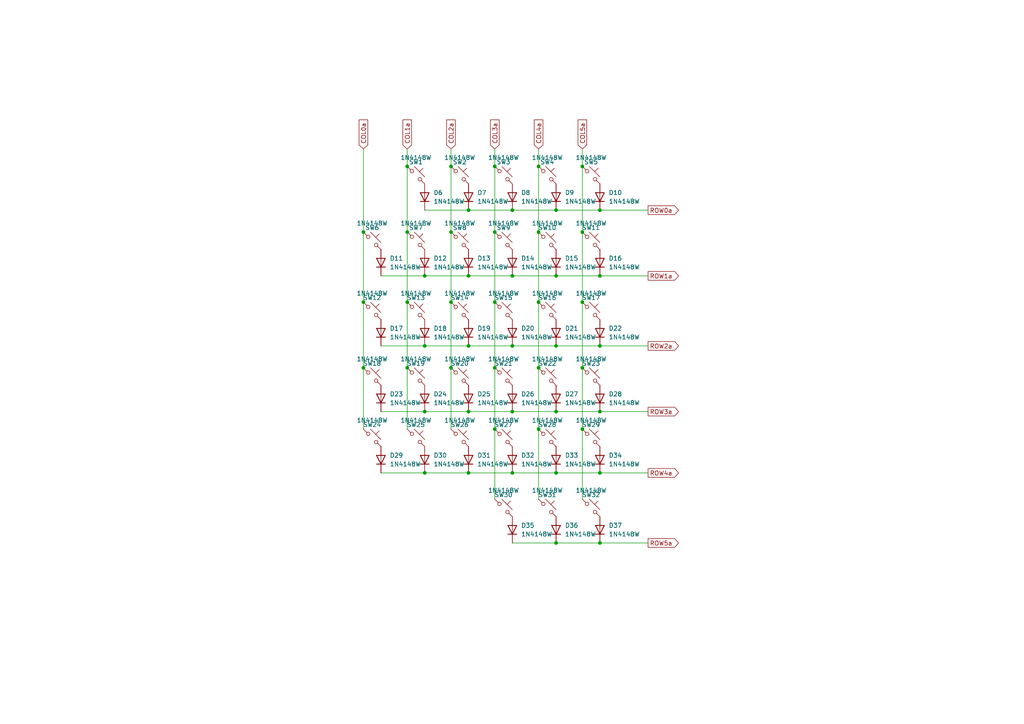
<source format=kicad_sch>
(kicad_sch (version 20250114) (generator "eeschema") (generator_version "9.0")
  (paper "A4")
  (title_block (title "Matrix for Master Side"))
  (lib_symbols
    (symbol "Device:D" (pin_numbers (hide yes)) (pin_names (offset 1.016) (hide yes))
      (property "Reference" "D" (at 0 2.54 0))
      (property "Value" "D" (at 0 -2.54 0))
      (symbol "D_0_1"
        (polyline (pts (xy -1.27 1.27) (xy -1.27 -1.27)) (stroke (width 0.254)))
        (polyline (pts (xy 1.27 1.27) (xy 1.27 -1.27) (xy -1.27 0) (xy 1.27 1.27)) (stroke (width 0.254)))
        (polyline (pts (xy 1.27 0) (xy -1.27 0)))
      )
      (symbol "D_1_1"
        (pin passive line (at -3.81 0 0) (length 2.54) (name "K") (number "1"))
        (pin passive line (at 3.81 0 180) (length 2.54) (name "A") (number "2"))
      )
    )
    (symbol "Switch:SW_Push_45deg" (pin_numbers (hide yes)) (pin_names (offset 1.016) (hide yes))
      (property "Reference" "SW" (at 3.048 1.016 0))
      (property "Value" "SW_Push_45deg" (at 0 -3.81 0))
      (symbol "SW_Push_45deg_0_1"
        (polyline (pts (xy -2.54 2.54) (xy -1.524 1.524) (xy -1.524 1.524)))
        (circle (center -1.1684 1.1684) (radius 0.508))
        (polyline (pts (xy -0.508 2.54) (xy 2.54 -0.508)))
        (polyline (pts (xy 1.016 1.016) (xy 2.032 2.032)))
        (circle (center 1.143 -1.1938) (radius 0.508))
        (polyline (pts (xy 1.524 -1.524) (xy 2.54 -2.54) (xy 2.54 -2.54) (xy 2.54 -2.54)))
        (pin passive line (at -2.54 2.54 0) (length 0) (name "1") (number "1"))
        (pin passive line (at 2.54 -2.54 180) (length 0) (name "2") (number "2"))
      )
    )
  )
  (junction (at 161.29 119.38))
  (junction (at 135.89 60.96))
  (junction (at 173.99 60.96))
  (junction (at 168.91 124.46))
  (junction (at 123.19 80.01))
  (junction (at 105.41 87.63))
  (junction (at 135.89 80.01))
  (junction (at 135.89 137.16))
  (junction (at 161.29 80.01))
  (junction (at 168.91 106.68))
  (junction (at 148.59 119.38))
  (junction (at 118.11 67.31))
  (junction (at 135.89 100.33))
  (junction (at 148.59 80.01))
  (junction (at 161.29 100.33))
  (junction (at 143.51 67.31))
  (junction (at 156.21 67.31))
  (junction (at 123.19 100.33))
  (junction (at 130.81 87.63))
  (junction (at 156.21 87.63))
  (junction (at 173.99 157.48))
  (junction (at 156.21 48.26))
  (junction (at 168.91 48.26))
  (junction (at 173.99 80.01))
  (junction (at 105.41 106.68))
  (junction (at 156.21 106.68))
  (junction (at 130.81 48.26))
  (junction (at 173.99 137.16))
  (junction (at 118.11 106.68))
  (junction (at 143.51 106.68))
  (junction (at 143.51 48.26))
  (junction (at 123.19 137.16))
  (junction (at 161.29 157.48))
  (junction (at 168.91 87.63))
  (junction (at 173.99 100.33))
  (junction (at 143.51 124.46))
  (junction (at 156.21 124.46))
  (junction (at 105.41 67.31))
  (junction (at 148.59 137.16))
  (junction (at 173.99 119.38))
  (junction (at 161.29 60.96))
  (junction (at 168.91 67.31))
  (junction (at 161.29 137.16))
  (junction (at 135.89 119.38))
  (junction (at 123.19 119.38))
  (junction (at 118.11 48.26))
  (junction (at 143.51 87.63))
  (junction (at 118.11 87.63))
  (junction (at 148.59 100.33))
  (junction (at 130.81 106.68))
  (junction (at 148.59 60.96))
  (junction (at 130.81 67.31))
  (wire (pts (xy 135.89 137.16) (xy 148.59 137.16)))
  (wire (pts (xy 130.81 106.68) (xy 130.81 124.46)))
  (wire (pts (xy 173.99 119.38) (xy 187.96 119.38)))
  (wire (pts (xy 118.11 87.63) (xy 118.11 106.68)))
  (wire (pts (xy 123.19 137.16) (xy 135.89 137.16)))
  (wire (pts (xy 148.59 157.48) (xy 161.29 157.48)))
  (wire (pts (xy 168.91 106.68) (xy 168.91 124.46)))
  (wire (pts (xy 161.29 60.96) (xy 173.99 60.96)))
  (wire (pts (xy 143.51 124.46) (xy 143.51 144.78)))
  (wire (pts (xy 148.59 119.38) (xy 161.29 119.38)))
  (wire (pts (xy 123.19 60.96) (xy 135.89 60.96)))
  (wire (pts (xy 156.21 124.46) (xy 156.21 144.78)))
  (wire (pts (xy 161.29 119.38) (xy 173.99 119.38)))
  (wire (pts (xy 105.41 67.31) (xy 105.41 87.63)))
  (wire (pts (xy 143.51 43.18) (xy 143.51 48.26)))
  (wire (pts (xy 143.51 87.63) (xy 143.51 106.68)))
  (wire (pts (xy 118.11 43.18) (xy 118.11 48.26)))
  (wire (pts (xy 123.19 80.01) (xy 135.89 80.01)))
  (wire (pts (xy 130.81 67.31) (xy 130.81 87.63)))
  (wire (pts (xy 135.89 100.33) (xy 148.59 100.33)))
  (wire (pts (xy 173.99 100.33) (xy 187.96 100.33)))
  (wire (pts (xy 173.99 137.16) (xy 187.96 137.16)))
  (wire (pts (xy 168.91 124.46) (xy 168.91 144.78)))
  (wire (pts (xy 156.21 43.18) (xy 156.21 48.26)))
  (wire (pts (xy 148.59 80.01) (xy 161.29 80.01)))
  (wire (pts (xy 105.41 87.63) (xy 105.41 106.68)))
  (wire (pts (xy 156.21 67.31) (xy 156.21 87.63)))
  (wire (pts (xy 168.91 67.31) (xy 168.91 87.63)))
  (wire (pts (xy 118.11 67.31) (xy 118.11 87.63)))
  (wire (pts (xy 110.49 119.38) (xy 123.19 119.38)))
  (wire (pts (xy 118.11 106.68) (xy 118.11 124.46)))
  (wire (pts (xy 130.81 48.26) (xy 130.81 67.31)))
  (wire (pts (xy 118.11 48.26) (xy 118.11 67.31)))
  (wire (pts (xy 161.29 80.01) (xy 173.99 80.01)))
  (wire (pts (xy 168.91 48.26) (xy 168.91 67.31)))
  (wire (pts (xy 130.81 43.18) (xy 130.81 48.26)))
  (wire (pts (xy 135.89 80.01) (xy 148.59 80.01)))
  (wire (pts (xy 143.51 106.68) (xy 143.51 124.46)))
  (wire (pts (xy 148.59 137.16) (xy 161.29 137.16)))
  (wire (pts (xy 110.49 100.33) (xy 123.19 100.33)))
  (wire (pts (xy 143.51 48.26) (xy 143.51 67.31)))
  (wire (pts (xy 130.81 87.63) (xy 130.81 106.68)))
  (wire (pts (xy 123.19 100.33) (xy 135.89 100.33)))
  (wire (pts (xy 110.49 80.01) (xy 123.19 80.01)))
  (wire (pts (xy 173.99 60.96) (xy 187.96 60.96)))
  (wire (pts (xy 161.29 137.16) (xy 173.99 137.16)))
  (wire (pts (xy 135.89 60.96) (xy 148.59 60.96)))
  (wire (pts (xy 173.99 157.48) (xy 187.96 157.48)))
  (wire (pts (xy 105.41 43.18) (xy 105.41 67.31)))
  (wire (pts (xy 110.49 137.16) (xy 123.19 137.16)))
  (wire (pts (xy 161.29 100.33) (xy 173.99 100.33)))
  (wire (pts (xy 156.21 48.26) (xy 156.21 67.31)))
  (wire (pts (xy 123.19 119.38) (xy 135.89 119.38)))
  (wire (pts (xy 168.91 87.63) (xy 168.91 106.68)))
  (wire (pts (xy 135.89 119.38) (xy 148.59 119.38)))
  (wire (pts (xy 148.59 60.96) (xy 161.29 60.96)))
  (wire (pts (xy 168.91 43.18) (xy 168.91 48.26)))
  (wire (pts (xy 148.59 100.33) (xy 161.29 100.33)))
  (wire (pts (xy 143.51 67.31) (xy 143.51 87.63)))
  (wire (pts (xy 156.21 87.63) (xy 156.21 106.68)))
  (wire (pts (xy 161.29 157.48) (xy 173.99 157.48)))
  (wire (pts (xy 173.99 80.01) (xy 187.96 80.01)))
  (wire (pts (xy 156.21 106.68) (xy 156.21 124.46)))
  (wire (pts (xy 105.41 106.68) (xy 105.41 124.46)))
  (global_label "ROW3a" (shape output) (at 187.96 119.38 0) (property "Intersheetrefs" "${INTERSHEET_REFS}" (effects (hide yes))))
  (global_label "COL3a" (shape input) (at 143.51 43.18 90) (property "Intersheetrefs" "${INTERSHEET_REFS}" (effects (hide yes))))
  (global_label "COL4a" (shape input) (at 156.21 43.18 90) (property "Intersheetrefs" "${INTERSHEET_REFS}" (effects (hide yes))))
  (global_label "ROW5a" (shape output) (at 187.96 157.48 0) (property "Intersheetrefs" "${INTERSHEET_REFS}" (effects (hide yes))))
  (global_label "ROW2a" (shape output) (at 187.96 100.33 0) (property "Intersheetrefs" "${INTERSHEET_REFS}" (effects (hide yes))))
  (global_label "COL2a" (shape input) (at 130.81 43.18 90) (property "Intersheetrefs" "${INTERSHEET_REFS}" (effects (hide yes))))
  (global_label "COL0a" (shape input) (at 105.41 43.18 90) (property "Intersheetrefs" "${INTERSHEET_REFS}" (effects (hide yes))))
  (global_label "COL5a" (shape input) (at 168.91 43.18 90) (property "Intersheetrefs" "${INTERSHEET_REFS}" (effects (hide yes))))
  (global_label "COL1a" (shape input) (at 118.11 43.18 90) (property "Intersheetrefs" "${INTERSHEET_REFS}" (effects (hide yes))))
  (global_label "ROW4a" (shape output) (at 187.96 137.16 0) (property "Intersheetrefs" "${INTERSHEET_REFS}" (effects (hide yes))))
  (global_label "ROW1a" (shape output) (at 187.96 80.01 0) (property "Intersheetrefs" "${INTERSHEET_REFS}" (effects (hide yes))))
  (global_label "ROW0a" (shape output) (at 187.96 60.96 0) (property "Intersheetrefs" "${INTERSHEET_REFS}" (effects (hide yes))))
  (symbol (lib_id "Device:D") (at 148.59 57.15 90) (unit 1)
    (property "Reference" "D8" (at 151.13 55.88 90) (effects (justify right)))
    (property "Value" "1N4148W" (at 151.13 58.42 90) (effects (justify right)))
    (property "Footprint" "Diode_SMD:D_SOD-123" (effects (hide yes)))
    (property "Sim.Device" "D" (effects (hide yes)))
    (property "Sim.Pins" "1=K 2=A" (effects (hide yes)))
    (property "LCSC" "C917030" (effects (hide yes)))
    (property "LCSC Part" "C917030" (effects (hide yes)))
  )
  (symbol (lib_id "Device:D") (at 161.29 153.67 90) (unit 1)
    (property "Reference" "D36" (at 163.83 152.4 90) (effects (justify right)))
    (property "Value" "1N4148W" (at 163.83 154.94 90) (effects (justify right)))
    (property "Footprint" "Diode_SMD:D_SOD-123" (effects (hide yes)))
    (property "Sim.Device" "D" (effects (hide yes)))
    (property "Sim.Pins" "1=K 2=A" (effects (hide yes)))
    (property "LCSC" "C917030" (effects (hide yes)))
    (property "LCSC Part" "C917030" (effects (hide yes)))
  )
  (symbol (lib_id "Switch:SW_Push_45deg") (at 158.75 127 0) (unit 1)
    (property "Reference" "SW28" (at 158.75 123.19 0))
    (property "Value" "1N4148W" (at 158.75 121.92 0))
    (property "Footprint" "PCM_Switch_Keyboard_Hotswap_Kailh:SW_Hotswap_Kailh_Choc_V1_Plated_1.00u" (effects (hide yes)))
    (property "LCSC" "C917030" (effects (hide yes)))
    (property "LCSC Part" "C917030" (effects (hide yes)))
  )
  (symbol (lib_id "Device:D") (at 173.99 133.35 90) (unit 1)
    (property "Reference" "D34" (at 176.53 132.08 90) (effects (justify right)))
    (property "Value" "1N4148W" (at 176.53 134.62 90) (effects (justify right)))
    (property "Footprint" "Diode_SMD:D_SOD-123" (effects (hide yes)))
    (property "Sim.Device" "D" (effects (hide yes)))
    (property "Sim.Pins" "1=K 2=A" (effects (hide yes)))
    (property "LCSC" "C917030" (effects (hide yes)))
    (property "LCSC Part" "C917030" (effects (hide yes)))
  )
  (symbol (lib_id "Device:D") (at 161.29 115.57 90) (unit 1)
    (property "Reference" "D27" (at 163.83 114.3 90) (effects (justify right)))
    (property "Value" "1N4148W" (at 163.83 116.84 90) (effects (justify right)))
    (property "Footprint" "Diode_SMD:D_SOD-123" (effects (hide yes)))
    (property "Sim.Device" "D" (effects (hide yes)))
    (property "Sim.Pins" "1=K 2=A" (effects (hide yes)))
    (property "LCSC" "C917030" (effects (hide yes)))
    (property "LCSC Part" "C917030" (effects (hide yes)))
  )
  (symbol (lib_id "Switch:SW_Push_45deg") (at 171.45 50.8 0) (unit 1)
    (property "Reference" "SW5" (at 171.45 46.99 0))
    (property "Value" "1N4148W" (at 171.45 45.72 0))
    (property "Footprint" "PCM_Switch_Keyboard_Hotswap_Kailh:SW_Hotswap_Kailh_Choc_V1_Plated_1.00u" (effects (hide yes)))
    (property "LCSC" "C917030" (effects (hide yes)))
    (property "LCSC Part" "C917030" (effects (hide yes)))
  )
  (symbol (lib_id "Device:D") (at 135.89 96.52 90) (unit 1)
    (property "Reference" "D19" (at 138.43 95.25 90) (effects (justify right)))
    (property "Value" "1N4148W" (at 138.43 97.79 90) (effects (justify right)))
    (property "Footprint" "Diode_SMD:D_SOD-123" (effects (hide yes)))
    (property "Sim.Device" "D" (effects (hide yes)))
    (property "Sim.Pins" "1=K 2=A" (effects (hide yes)))
    (property "LCSC" "C917030" (effects (hide yes)))
    (property "LCSC Part" "C917030" (effects (hide yes)))
  )
  (symbol (lib_id "Switch:SW_Push_45deg") (at 107.95 127 0) (unit 1)
    (property "Reference" "SW24" (at 107.95 123.19 0))
    (property "Value" "1N4148W" (at 107.95 121.92 0))
    (property "Footprint" "PCM_Switch_Keyboard_Hotswap_Kailh:SW_Hotswap_Kailh_Choc_V1_Plated_1.00u" (effects (hide yes)))
    (property "LCSC" "C917030" (effects (hide yes)))
    (property "LCSC Part" "C917030" (effects (hide yes)))
  )
  (symbol (lib_id "Switch:SW_Push_45deg") (at 120.65 90.17 0) (unit 1)
    (property "Reference" "SW13" (at 120.65 86.36 0))
    (property "Value" "1N4148W" (at 120.65 85.09 0))
    (property "Footprint" "PCM_Switch_Keyboard_Hotswap_Kailh:SW_Hotswap_Kailh_Choc_V1_Plated_1.00u" (effects (hide yes)))
    (property "LCSC" "C917030" (effects (hide yes)))
    (property "LCSC Part" "C917030" (effects (hide yes)))
  )
  (symbol (lib_id "Device:D") (at 135.89 115.57 90) (unit 1)
    (property "Reference" "D25" (at 138.43 114.3 90) (effects (justify right)))
    (property "Value" "1N4148W" (at 138.43 116.84 90) (effects (justify right)))
    (property "Footprint" "Diode_SMD:D_SOD-123" (effects (hide yes)))
    (property "Sim.Device" "D" (effects (hide yes)))
    (property "Sim.Pins" "1=K 2=A" (effects (hide yes)))
    (property "LCSC" "C917030" (effects (hide yes)))
    (property "LCSC Part" "C917030" (effects (hide yes)))
  )
  (symbol (lib_id "Device:D") (at 135.89 133.35 90) (unit 1)
    (property "Reference" "D31" (at 138.43 132.08 90) (effects (justify right)))
    (property "Value" "1N4148W" (at 138.43 134.62 90) (effects (justify right)))
    (property "Footprint" "Diode_SMD:D_SOD-123" (effects (hide yes)))
    (property "Sim.Device" "D" (effects (hide yes)))
    (property "Sim.Pins" "1=K 2=A" (effects (hide yes)))
    (property "LCSC" "C917030" (effects (hide yes)))
    (property "LCSC Part" "C917030" (effects (hide yes)))
  )
  (symbol (lib_id "Device:D") (at 173.99 96.52 90) (unit 1)
    (property "Reference" "D22" (at 176.53 95.25 90) (effects (justify right)))
    (property "Value" "1N4148W" (at 176.53 97.79 90) (effects (justify right)))
    (property "Footprint" "Diode_SMD:D_SOD-123" (effects (hide yes)))
    (property "Sim.Device" "D" (effects (hide yes)))
    (property "Sim.Pins" "1=K 2=A" (effects (hide yes)))
    (property "LCSC" "C917030" (effects (hide yes)))
    (property "LCSC Part" "C917030" (effects (hide yes)))
  )
  (symbol (lib_id "Switch:SW_Push_45deg") (at 120.65 50.8 0) (unit 1)
    (property "Reference" "SW1" (at 120.65 46.99 0))
    (property "Value" "1N4148W" (at 120.65 45.72 0))
    (property "Footprint" "PCM_Switch_Keyboard_Hotswap_Kailh:SW_Hotswap_Kailh_Choc_V1_Plated_1.00u" (effects (hide yes)))
    (property "LCSC" "C917030" (effects (hide yes)))
    (property "LCSC Part" "C917030" (effects (hide yes)))
  )
  (symbol (lib_id "Switch:SW_Push_45deg") (at 146.05 127 0) (unit 1)
    (property "Reference" "SW27" (at 146.05 123.19 0))
    (property "Value" "1N4148W" (at 146.05 121.92 0))
    (property "Footprint" "PCM_Switch_Keyboard_Hotswap_Kailh:SW_Hotswap_Kailh_Choc_V1_Plated_1.00u" (effects (hide yes)))
    (property "LCSC" "C917030" (effects (hide yes)))
    (property "LCSC Part" "C917030" (effects (hide yes)))
  )
  (symbol (lib_id "Switch:SW_Push_45deg") (at 133.35 109.22 0) (unit 1)
    (property "Reference" "SW20" (at 133.35 105.41 0))
    (property "Value" "1N4148W" (at 133.35 104.14 0))
    (property "Footprint" "PCM_Switch_Keyboard_Hotswap_Kailh:SW_Hotswap_Kailh_Choc_V1_Plated_1.00u" (effects (hide yes)))
    (property "LCSC" "C917030" (effects (hide yes)))
    (property "LCSC Part" "C917030" (effects (hide yes)))
  )
  (symbol (lib_id "Device:D") (at 173.99 115.57 90) (unit 1)
    (property "Reference" "D28" (at 176.53 114.3 90) (effects (justify right)))
    (property "Value" "1N4148W" (at 176.53 116.84 90) (effects (justify right)))
    (property "Footprint" "Diode_SMD:D_SOD-123" (effects (hide yes)))
    (property "Sim.Device" "D" (effects (hide yes)))
    (property "Sim.Pins" "1=K 2=A" (effects (hide yes)))
    (property "LCSC" "C917030" (effects (hide yes)))
    (property "LCSC Part" "C917030" (effects (hide yes)))
  )
  (symbol (lib_id "Device:D") (at 161.29 57.15 90) (unit 1)
    (property "Reference" "D9" (at 163.83 55.88 90) (effects (justify right)))
    (property "Value" "1N4148W" (at 163.83 58.42 90) (effects (justify right)))
    (property "Footprint" "Diode_SMD:D_SOD-123" (effects (hide yes)))
    (property "Sim.Device" "D" (effects (hide yes)))
    (property "Sim.Pins" "1=K 2=A" (effects (hide yes)))
    (property "LCSC" "C917030" (effects (hide yes)))
    (property "LCSC Part" "C917030" (effects (hide yes)))
  )
  (symbol (lib_id "Switch:SW_Push_45deg") (at 171.45 90.17 0) (unit 1)
    (property "Reference" "SW17" (at 171.45 86.36 0))
    (property "Value" "1N4148W" (at 171.45 85.09 0))
    (property "Footprint" "PCM_Switch_Keyboard_Hotswap_Kailh:SW_Hotswap_Kailh_Choc_V1_Plated_1.00u" (effects (hide yes)))
    (property "LCSC" "C917030" (effects (hide yes)))
    (property "LCSC Part" "C917030" (effects (hide yes)))
  )
  (symbol (lib_id "Switch:SW_Push_45deg") (at 120.65 109.22 0) (unit 1)
    (property "Reference" "SW19" (at 120.65 105.41 0))
    (property "Value" "1N4148W" (at 120.65 104.14 0))
    (property "Footprint" "PCM_Switch_Keyboard_Hotswap_Kailh:SW_Hotswap_Kailh_Choc_V1_Plated_1.00u" (effects (hide yes)))
    (property "LCSC" "C917030" (effects (hide yes)))
    (property "LCSC Part" "C917030" (effects (hide yes)))
  )
  (symbol (lib_id "Switch:SW_Push_45deg") (at 158.75 147.32 0) (unit 1)
    (property "Reference" "SW31" (at 158.75 143.51 0))
    (property "Value" "1N4148W" (at 158.75 142.24 0))
    (property "Footprint" "PCM_Switch_Keyboard_Hotswap_Kailh:SW_Hotswap_Kailh_Choc_V1_Plated_1.00u" (effects (hide yes)))
    (property "LCSC" "C917030" (effects (hide yes)))
    (property "LCSC Part" "C917030" (effects (hide yes)))
  )
  (symbol (lib_id "Device:D") (at 123.19 57.15 90) (unit 1)
    (property "Reference" "D6" (at 125.73 55.88 90) (effects (justify right)))
    (property "Value" "1N4148W" (at 125.73 58.42 90) (effects (justify right)))
    (property "Footprint" "Diode_SMD:D_SOD-123" (effects (hide yes)))
    (property "Sim.Device" "D" (effects (hide yes)))
    (property "Sim.Pins" "1=K 2=A" (effects (hide yes)))
    (property "LCSC" "C917030" (effects (hide yes)))
    (property "LCSC Part" "C917030" (effects (hide yes)))
  )
  (symbol (lib_id "Device:D") (at 110.49 115.57 90) (unit 1)
    (property "Reference" "D23" (at 113.03 114.3 90) (effects (justify right)))
    (property "Value" "1N4148W" (at 113.03 116.84 90) (effects (justify right)))
    (property "Footprint" "Diode_SMD:D_SOD-123" (effects (hide yes)))
    (property "Sim.Device" "D" (effects (hide yes)))
    (property "Sim.Pins" "1=K 2=A" (effects (hide yes)))
    (property "LCSC" "C917030" (effects (hide yes)))
    (property "LCSC Part" "C917030" (effects (hide yes)))
  )
  (symbol (lib_id "Switch:SW_Push_45deg") (at 107.95 69.85 0) (unit 1)
    (property "Reference" "SW6" (at 107.95 66.04 0))
    (property "Value" "1N4148W" (at 107.95 64.77 0))
    (property "Footprint" "PCM_Switch_Keyboard_Hotswap_Kailh:SW_Hotswap_Kailh_Choc_V1_Plated_1.00u" (effects (hide yes)))
    (property "LCSC" "C917030" (effects (hide yes)))
    (property "LCSC Part" "C917030" (effects (hide yes)))
  )
  (symbol (lib_id "Switch:SW_Push_45deg") (at 120.65 127 0) (unit 1)
    (property "Reference" "SW25" (at 120.65 123.19 0))
    (property "Value" "1N4148W" (at 120.65 121.92 0))
    (property "Footprint" "PCM_Switch_Keyboard_Hotswap_Kailh:SW_Hotswap_Kailh_Choc_V1_Plated_1.00u" (effects (hide yes)))
    (property "LCSC" "C917030" (effects (hide yes)))
    (property "LCSC Part" "C917030" (effects (hide yes)))
  )
  (symbol (lib_id "Switch:SW_Push_45deg") (at 171.45 127 0) (unit 1)
    (property "Reference" "SW29" (at 171.45 123.19 0))
    (property "Value" "1N4148W" (at 171.45 121.92 0))
    (property "Footprint" "PCM_Switch_Keyboard_Hotswap_Kailh:SW_Hotswap_Kailh_Choc_V1_Plated_1.00u" (effects (hide yes)))
    (property "LCSC" "C917030" (effects (hide yes)))
    (property "LCSC Part" "C917030" (effects (hide yes)))
  )
  (symbol (lib_id "Switch:SW_Push_45deg") (at 133.35 90.17 0) (unit 1)
    (property "Reference" "SW14" (at 133.35 86.36 0))
    (property "Value" "1N4148W" (at 133.35 85.09 0))
    (property "Footprint" "PCM_Switch_Keyboard_Hotswap_Kailh:SW_Hotswap_Kailh_Choc_V1_Plated_1.00u" (effects (hide yes)))
    (property "LCSC" "C917030" (effects (hide yes)))
    (property "LCSC Part" "C917030" (effects (hide yes)))
  )
  (symbol (lib_id "Switch:SW_Push_45deg") (at 146.05 50.8 0) (unit 1)
    (property "Reference" "SW3" (at 146.05 46.99 0))
    (property "Value" "1N4148W" (at 146.05 45.72 0))
    (property "Footprint" "PCM_Switch_Keyboard_Hotswap_Kailh:SW_Hotswap_Kailh_Choc_V1_Plated_1.00u" (effects (hide yes)))
    (property "LCSC" "C917030" (effects (hide yes)))
    (property "LCSC Part" "C917030" (effects (hide yes)))
  )
  (symbol (lib_id "Device:D") (at 110.49 133.35 90) (unit 1)
    (property "Reference" "D29" (at 113.03 132.08 90) (effects (justify right)))
    (property "Value" "1N4148W" (at 113.03 134.62 90) (effects (justify right)))
    (property "Footprint" "Diode_SMD:D_SOD-123" (effects (hide yes)))
    (property "Sim.Device" "D" (effects (hide yes)))
    (property "Sim.Pins" "1=K 2=A" (effects (hide yes)))
    (property "LCSC" "C917030" (effects (hide yes)))
    (property "LCSC Part" "C917030" (effects (hide yes)))
  )
  (symbol (lib_id "Device:D") (at 173.99 76.2 90) (unit 1)
    (property "Reference" "D16" (at 176.53 74.93 90) (effects (justify right)))
    (property "Value" "1N4148W" (at 176.53 77.47 90) (effects (justify right)))
    (property "Footprint" "Diode_SMD:D_SOD-123" (effects (hide yes)))
    (property "Sim.Device" "D" (effects (hide yes)))
    (property "Sim.Pins" "1=K 2=A" (effects (hide yes)))
    (property "LCSC" "C917030" (effects (hide yes)))
    (property "LCSC Part" "C917030" (effects (hide yes)))
  )
  (symbol (lib_id "Switch:SW_Push_45deg") (at 158.75 109.22 0) (unit 1)
    (property "Reference" "SW22" (at 158.75 105.41 0))
    (property "Value" "1N4148W" (at 158.75 104.14 0))
    (property "Footprint" "PCM_Switch_Keyboard_Hotswap_Kailh:SW_Hotswap_Kailh_Choc_V1_Plated_1.00u" (effects (hide yes)))
    (property "LCSC" "C917030" (effects (hide yes)))
    (property "LCSC Part" "C917030" (effects (hide yes)))
  )
  (symbol (lib_id "Device:D") (at 135.89 76.2 90) (unit 1)
    (property "Reference" "D13" (at 138.43 74.93 90) (effects (justify right)))
    (property "Value" "1N4148W" (at 138.43 77.47 90) (effects (justify right)))
    (property "Footprint" "Diode_SMD:D_SOD-123" (effects (hide yes)))
    (property "Sim.Device" "D" (effects (hide yes)))
    (property "Sim.Pins" "1=K 2=A" (effects (hide yes)))
    (property "LCSC" "C917030" (effects (hide yes)))
    (property "LCSC Part" "C917030" (effects (hide yes)))
  )
  (symbol (lib_id "Switch:SW_Push_45deg") (at 171.45 147.32 0) (unit 1)
    (property "Reference" "SW32" (at 171.45 143.51 0))
    (property "Value" "1N4148W" (at 171.45 142.24 0))
    (property "Footprint" "PCM_Switch_Keyboard_Hotswap_Kailh:SW_Hotswap_Kailh_Choc_V1_Plated_1.50u" (effects (hide yes)))
    (property "LCSC" "C917030" (effects (hide yes)))
    (property "LCSC Part" "C917030" (effects (hide yes)))
  )
  (symbol (lib_id "Switch:SW_Push_45deg") (at 107.95 90.17 0) (unit 1)
    (property "Reference" "SW12" (at 107.95 86.36 0))
    (property "Value" "1N4148W" (at 107.95 85.09 0))
    (property "Footprint" "PCM_Switch_Keyboard_Hotswap_Kailh:SW_Hotswap_Kailh_Choc_V1_Plated_1.00u" (effects (hide yes)))
    (property "LCSC" "C917030" (effects (hide yes)))
    (property "LCSC Part" "C917030" (effects (hide yes)))
  )
  (symbol (lib_id "Device:D") (at 148.59 133.35 90) (unit 1)
    (property "Reference" "D32" (at 151.13 132.08 90) (effects (justify right)))
    (property "Value" "1N4148W" (at 151.13 134.62 90) (effects (justify right)))
    (property "Footprint" "Diode_SMD:D_SOD-123" (effects (hide yes)))
    (property "Sim.Device" "D" (effects (hide yes)))
    (property "Sim.Pins" "1=K 2=A" (effects (hide yes)))
    (property "LCSC" "C917030" (effects (hide yes)))
    (property "LCSC Part" "C917030" (effects (hide yes)))
  )
  (symbol (lib_id "Device:D") (at 148.59 115.57 90) (unit 1)
    (property "Reference" "D26" (at 151.13 114.3 90) (effects (justify right)))
    (property "Value" "1N4148W" (at 151.13 116.84 90) (effects (justify right)))
    (property "Footprint" "Diode_SMD:D_SOD-123" (effects (hide yes)))
    (property "Sim.Device" "D" (effects (hide yes)))
    (property "Sim.Pins" "1=K 2=A" (effects (hide yes)))
    (property "LCSC" "C917030" (effects (hide yes)))
    (property "LCSC Part" "C917030" (effects (hide yes)))
  )
  (symbol (lib_id "Switch:SW_Push_45deg") (at 146.05 90.17 0) (unit 1)
    (property "Reference" "SW15" (at 146.05 86.36 0))
    (property "Value" "1N4148W" (at 146.05 85.09 0))
    (property "Footprint" "PCM_Switch_Keyboard_Hotswap_Kailh:SW_Hotswap_Kailh_Choc_V1_Plated_1.00u" (effects (hide yes)))
    (property "LCSC" "C917030" (effects (hide yes)))
    (property "LCSC Part" "C917030" (effects (hide yes)))
  )
  (symbol (lib_id "Device:D") (at 173.99 57.15 90) (unit 1)
    (property "Reference" "D10" (at 176.53 55.88 90) (effects (justify right)))
    (property "Value" "1N4148W" (at 176.53 58.42 90) (effects (justify right)))
    (property "Footprint" "Diode_SMD:D_SOD-123" (effects (hide yes)))
    (property "Sim.Device" "D" (effects (hide yes)))
    (property "Sim.Pins" "1=K 2=A" (effects (hide yes)))
    (property "LCSC" "C917030" (effects (hide yes)))
    (property "LCSC Part" "C917030" (effects (hide yes)))
  )
  (symbol (lib_id "Switch:SW_Push_45deg") (at 133.35 127 0) (unit 1)
    (property "Reference" "SW26" (at 133.35 123.19 0))
    (property "Value" "1N4148W" (at 133.35 121.92 0))
    (property "Footprint" "PCM_Switch_Keyboard_Hotswap_Kailh:SW_Hotswap_Kailh_Choc_V1_Plated_1.00u" (effects (hide yes)))
    (property "LCSC" "C917030" (effects (hide yes)))
    (property "LCSC Part" "C917030" (effects (hide yes)))
  )
  (symbol (lib_id "Switch:SW_Push_45deg") (at 158.75 50.8 0) (unit 1)
    (property "Reference" "SW4" (at 158.75 46.99 0))
    (property "Value" "1N4148W" (at 158.75 45.72 0))
    (property "Footprint" "PCM_Switch_Keyboard_Hotswap_Kailh:SW_Hotswap_Kailh_Choc_V1_Plated_1.00u" (effects (hide yes)))
    (property "LCSC" "C917030" (effects (hide yes)))
    (property "LCSC Part" "C917030" (effects (hide yes)))
  )
  (symbol (lib_id "Switch:SW_Push_45deg") (at 158.75 69.85 0) (unit 1)
    (property "Reference" "SW10" (at 158.75 66.04 0))
    (property "Value" "1N4148W" (at 158.75 64.77 0))
    (property "Footprint" "PCM_Switch_Keyboard_Hotswap_Kailh:SW_Hotswap_Kailh_Choc_V1_Plated_1.00u" (effects (hide yes)))
    (property "LCSC" "C917030" (effects (hide yes)))
    (property "LCSC Part" "C917030" (effects (hide yes)))
  )
  (symbol (lib_id "Device:D") (at 110.49 96.52 90) (unit 1)
    (property "Reference" "D17" (at 113.03 95.25 90) (effects (justify right)))
    (property "Value" "1N4148W" (at 113.03 97.79 90) (effects (justify right)))
    (property "Footprint" "Diode_SMD:D_SOD-123" (effects (hide yes)))
    (property "Sim.Device" "D" (effects (hide yes)))
    (property "Sim.Pins" "1=K 2=A" (effects (hide yes)))
    (property "LCSC" "C917030" (effects (hide yes)))
    (property "LCSC Part" "C917030" (effects (hide yes)))
  )
  (symbol (lib_id "Device:D") (at 148.59 76.2 90) (unit 1)
    (property "Reference" "D14" (at 151.13 74.93 90) (effects (justify right)))
    (property "Value" "1N4148W" (at 151.13 77.47 90) (effects (justify right)))
    (property "Footprint" "Diode_SMD:D_SOD-123" (effects (hide yes)))
    (property "Sim.Device" "D" (effects (hide yes)))
    (property "Sim.Pins" "1=K 2=A" (effects (hide yes)))
    (property "LCSC" "C917030" (effects (hide yes)))
    (property "LCSC Part" "C917030" (effects (hide yes)))
  )
  (symbol (lib_id "Device:D") (at 123.19 76.2 90) (unit 1)
    (property "Reference" "D12" (at 125.73 74.93 90) (effects (justify right)))
    (property "Value" "1N4148W" (at 125.73 77.47 90) (effects (justify right)))
    (property "Footprint" "Diode_SMD:D_SOD-123" (effects (hide yes)))
    (property "Sim.Device" "D" (effects (hide yes)))
    (property "Sim.Pins" "1=K 2=A" (effects (hide yes)))
    (property "LCSC" "C917030" (effects (hide yes)))
    (property "LCSC Part" "C917030" (effects (hide yes)))
  )
  (symbol (lib_id "Device:D") (at 123.19 96.52 90) (unit 1)
    (property "Reference" "D18" (at 125.73 95.25 90) (effects (justify right)))
    (property "Value" "1N4148W" (at 125.73 97.79 90) (effects (justify right)))
    (property "Footprint" "Diode_SMD:D_SOD-123" (effects (hide yes)))
    (property "Sim.Device" "D" (effects (hide yes)))
    (property "Sim.Pins" "1=K 2=A" (effects (hide yes)))
    (property "LCSC" "C917030" (effects (hide yes)))
    (property "LCSC Part" "C917030" (effects (hide yes)))
  )
  (symbol (lib_id "Switch:SW_Push_45deg") (at 107.95 109.22 0) (unit 1)
    (property "Reference" "SW18" (at 107.95 105.41 0))
    (property "Value" "1N4148W" (at 107.95 104.14 0))
    (property "Footprint" "PCM_Switch_Keyboard_Hotswap_Kailh:SW_Hotswap_Kailh_Choc_V1_Plated_1.00u" (effects (hide yes)))
    (property "LCSC" "C917030" (effects (hide yes)))
    (property "LCSC Part" "C917030" (effects (hide yes)))
  )
  (symbol (lib_id "Device:D") (at 123.19 115.57 90) (unit 1)
    (property "Reference" "D24" (at 125.73 114.3 90) (effects (justify right)))
    (property "Value" "1N4148W" (at 125.73 116.84 90) (effects (justify right)))
    (property "Footprint" "Diode_SMD:D_SOD-123" (effects (hide yes)))
    (property "Sim.Device" "D" (effects (hide yes)))
    (property "Sim.Pins" "1=K 2=A" (effects (hide yes)))
    (property "LCSC" "C917030" (effects (hide yes)))
    (property "LCSC Part" "C917030" (effects (hide yes)))
  )
  (symbol (lib_id "Switch:SW_Push_45deg") (at 133.35 50.8 0) (unit 1)
    (property "Reference" "SW2" (at 133.35 46.99 0))
    (property "Value" "1N4148W" (at 133.35 45.72 0))
    (property "Footprint" "PCM_Switch_Keyboard_Hotswap_Kailh:SW_Hotswap_Kailh_Choc_V1_Plated_1.00u" (effects (hide yes)))
    (property "LCSC" "C917030" (effects (hide yes)))
    (property "LCSC Part" "C917030" (effects (hide yes)))
  )
  (symbol (lib_id "Device:D") (at 173.99 153.67 90) (unit 1)
    (property "Reference" "D37" (at 176.53 152.4 90) (effects (justify right)))
    (property "Value" "1N4148W" (at 176.53 154.94 90) (effects (justify right)))
    (property "Footprint" "Diode_SMD:D_SOD-123" (effects (hide yes)))
    (property "Sim.Device" "D" (effects (hide yes)))
    (property "Sim.Pins" "1=K 2=A" (effects (hide yes)))
    (property "LCSC" "C917030" (effects (hide yes)))
    (property "LCSC Part" "C917030" (effects (hide yes)))
  )
  (symbol (lib_id "Device:D") (at 123.19 133.35 90) (unit 1)
    (property "Reference" "D30" (at 125.73 132.08 90) (effects (justify right)))
    (property "Value" "1N4148W" (at 125.73 134.62 90) (effects (justify right)))
    (property "Footprint" "Diode_SMD:D_SOD-123" (effects (hide yes)))
    (property "Sim.Device" "D" (effects (hide yes)))
    (property "Sim.Pins" "1=K 2=A" (effects (hide yes)))
    (property "LCSC" "C917030" (effects (hide yes)))
    (property "LCSC Part" "C917030" (effects (hide yes)))
  )
  (symbol (lib_id "Device:D") (at 161.29 76.2 90) (unit 1)
    (property "Reference" "D15" (at 163.83 74.93 90) (effects (justify right)))
    (property "Value" "1N4148W" (at 163.83 77.47 90) (effects (justify right)))
    (property "Footprint" "Diode_SMD:D_SOD-123" (effects (hide yes)))
    (property "Sim.Device" "D" (effects (hide yes)))
    (property "Sim.Pins" "1=K 2=A" (effects (hide yes)))
    (property "LCSC" "C917030" (effects (hide yes)))
    (property "LCSC Part" "C917030" (effects (hide yes)))
  )
  (symbol (lib_id "Device:D") (at 135.89 57.15 90) (unit 1)
    (property "Reference" "D7" (at 138.43 55.88 90) (effects (justify right)))
    (property "Value" "1N4148W" (at 138.43 58.42 90) (effects (justify right)))
    (property "Footprint" "Diode_SMD:D_SOD-123" (effects (hide yes)))
    (property "Sim.Device" "D" (effects (hide yes)))
    (property "Sim.Pins" "1=K 2=A" (effects (hide yes)))
    (property "LCSC" "C917030" (effects (hide yes)))
    (property "LCSC Part" "C917030" (effects (hide yes)))
  )
  (symbol (lib_id "Switch:SW_Push_45deg") (at 158.75 90.17 0) (unit 1)
    (property "Reference" "SW16" (at 158.75 86.36 0))
    (property "Value" "1N4148W" (at 158.75 85.09 0))
    (property "Footprint" "PCM_Switch_Keyboard_Hotswap_Kailh:SW_Hotswap_Kailh_Choc_V1_Plated_1.00u" (effects (hide yes)))
    (property "LCSC" "C917030" (effects (hide yes)))
    (property "LCSC Part" "C917030" (effects (hide yes)))
  )
  (symbol (lib_id "Switch:SW_Push_45deg") (at 171.45 69.85 0) (unit 1)
    (property "Reference" "SW11" (at 171.45 66.04 0))
    (property "Value" "1N4148W" (at 171.45 64.77 0))
    (property "Footprint" "PCM_Switch_Keyboard_Hotswap_Kailh:SW_Hotswap_Kailh_Choc_V1_Plated_1.00u" (effects (hide yes)))
    (property "LCSC" "C917030" (effects (hide yes)))
    (property "LCSC Part" "C917030" (effects (hide yes)))
  )
  (symbol (lib_id "Switch:SW_Push_45deg") (at 146.05 147.32 0) (unit 1)
    (property "Reference" "SW30" (at 146.05 143.51 0))
    (property "Value" "1N4148W" (at 146.05 142.24 0))
    (property "Footprint" "PCM_Switch_Keyboard_Hotswap_Kailh:SW_Hotswap_Kailh_Choc_V1_Plated_1.00u" (effects (hide yes)))
    (property "LCSC" "C917030" (effects (hide yes)))
    (property "LCSC Part" "C917030" (effects (hide yes)))
  )
  (symbol (lib_id "Switch:SW_Push_45deg") (at 146.05 109.22 0) (unit 1)
    (property "Reference" "SW21" (at 146.05 105.41 0))
    (property "Value" "1N4148W" (at 146.05 104.14 0))
    (property "Footprint" "PCM_Switch_Keyboard_Hotswap_Kailh:SW_Hotswap_Kailh_Choc_V1_Plated_1.00u" (effects (hide yes)))
    (property "LCSC" "C917030" (effects (hide yes)))
    (property "LCSC Part" "C917030" (effects (hide yes)))
  )
  (symbol (lib_id "Switch:SW_Push_45deg") (at 120.65 69.85 0) (unit 1)
    (property "Reference" "SW7" (at 120.65 66.04 0))
    (property "Value" "1N4148W" (at 120.65 64.77 0))
    (property "Footprint" "PCM_Switch_Keyboard_Hotswap_Kailh:SW_Hotswap_Kailh_Choc_V1_Plated_1.00u" (effects (hide yes)))
    (property "LCSC" "C917030" (effects (hide yes)))
    (property "LCSC Part" "C917030" (effects (hide yes)))
  )
  (symbol (lib_id "Device:D") (at 161.29 96.52 90) (unit 1)
    (property "Reference" "D21" (at 163.83 95.25 90) (effects (justify right)))
    (property "Value" "1N4148W" (at 163.83 97.79 90) (effects (justify right)))
    (property "Footprint" "Diode_SMD:D_SOD-123" (effects (hide yes)))
    (property "Sim.Device" "D" (effects (hide yes)))
    (property "Sim.Pins" "1=K 2=A" (effects (hide yes)))
    (property "LCSC" "C917030" (effects (hide yes)))
    (property "LCSC Part" "C917030" (effects (hide yes)))
  )
  (symbol (lib_id "Device:D") (at 148.59 153.67 90) (unit 1)
    (property "Reference" "D35" (at 151.13 152.4 90) (effects (justify right)))
    (property "Value" "1N4148W" (at 151.13 154.94 90) (effects (justify right)))
    (property "Footprint" "Diode_SMD:D_SOD-123" (effects (hide yes)))
    (property "Sim.Device" "D" (effects (hide yes)))
    (property "Sim.Pins" "1=K 2=A" (effects (hide yes)))
    (property "LCSC" "C917030" (effects (hide yes)))
    (property "LCSC Part" "C917030" (effects (hide yes)))
  )
  (symbol (lib_id "Device:D") (at 161.29 133.35 90) (unit 1)
    (property "Reference" "D33" (at 163.83 132.08 90) (effects (justify right)))
    (property "Value" "1N4148W" (at 163.83 134.62 90) (effects (justify right)))
    (property "Footprint" "Diode_SMD:D_SOD-123" (effects (hide yes)))
    (property "Sim.Device" "D" (effects (hide yes)))
    (property "Sim.Pins" "1=K 2=A" (effects (hide yes)))
    (property "LCSC" "C917030" (effects (hide yes)))
    (property "LCSC Part" "C917030" (effects (hide yes)))
  )
  (symbol (lib_id "Switch:SW_Push_45deg") (at 171.45 109.22 0) (unit 1)
    (property "Reference" "SW23" (at 171.45 105.41 0))
    (property "Value" "1N4148W" (at 171.45 104.14 0))
    (property "Footprint" "PCM_Switch_Keyboard_Hotswap_Kailh:SW_Hotswap_Kailh_Choc_V1_Plated_1.00u" (effects (hide yes)))
    (property "LCSC" "C917030" (effects (hide yes)))
    (property "LCSC Part" "C917030" (effects (hide yes)))
  )
  (symbol (lib_id "Device:D") (at 148.59 96.52 90) (unit 1)
    (property "Reference" "D20" (at 151.13 95.25 90) (effects (justify right)))
    (property "Value" "1N4148W" (at 151.13 97.79 90) (effects (justify right)))
    (property "Footprint" "Diode_SMD:D_SOD-123" (effects (hide yes)))
    (property "Sim.Device" "D" (effects (hide yes)))
    (property "Sim.Pins" "1=K 2=A" (effects (hide yes)))
    (property "LCSC" "C917030" (effects (hide yes)))
    (property "LCSC Part" "C917030" (effects (hide yes)))
  )
  (symbol (lib_id "Switch:SW_Push_45deg") (at 146.05 69.85 0) (unit 1)
    (property "Reference" "SW9" (at 146.05 66.04 0))
    (property "Value" "1N4148W" (at 146.05 64.77 0))
    (property "Footprint" "PCM_Switch_Keyboard_Hotswap_Kailh:SW_Hotswap_Kailh_Choc_V1_Plated_1.00u" (effects (hide yes)))
    (property "LCSC" "C917030" (effects (hide yes)))
    (property "LCSC Part" "C917030" (effects (hide yes)))
  )
  (symbol (lib_id "Device:D") (at 110.49 76.2 90) (unit 1)
    (property "Reference" "D11" (at 113.03 74.93 90) (effects (justify right)))
    (property "Value" "1N4148W" (at 113.03 77.47 90) (effects (justify right)))
    (property "Footprint" "Diode_SMD:D_SOD-123" (effects (hide yes)))
    (property "Sim.Device" "D" (effects (hide yes)))
    (property "Sim.Pins" "1=K 2=A" (effects (hide yes)))
    (property "LCSC" "C917030" (effects (hide yes)))
    (property "LCSC Part" "C917030" (effects (hide yes)))
  )
  (symbol (lib_id "Switch:SW_Push_45deg") (at 133.35 69.85 0) (unit 1)
    (property "Reference" "SW8" (at 133.35 66.04 0))
    (property "Value" "1N4148W" (at 133.35 64.77 0))
    (property "Footprint" "PCM_Switch_Keyboard_Hotswap_Kailh:SW_Hotswap_Kailh_Choc_V1_Plated_1.00u" (effects (hide yes)))
    (property "LCSC" "C917030" (effects (hide yes)))
    (property "LCSC Part" "C917030" (effects (hide yes)))
  )
)
</source>
